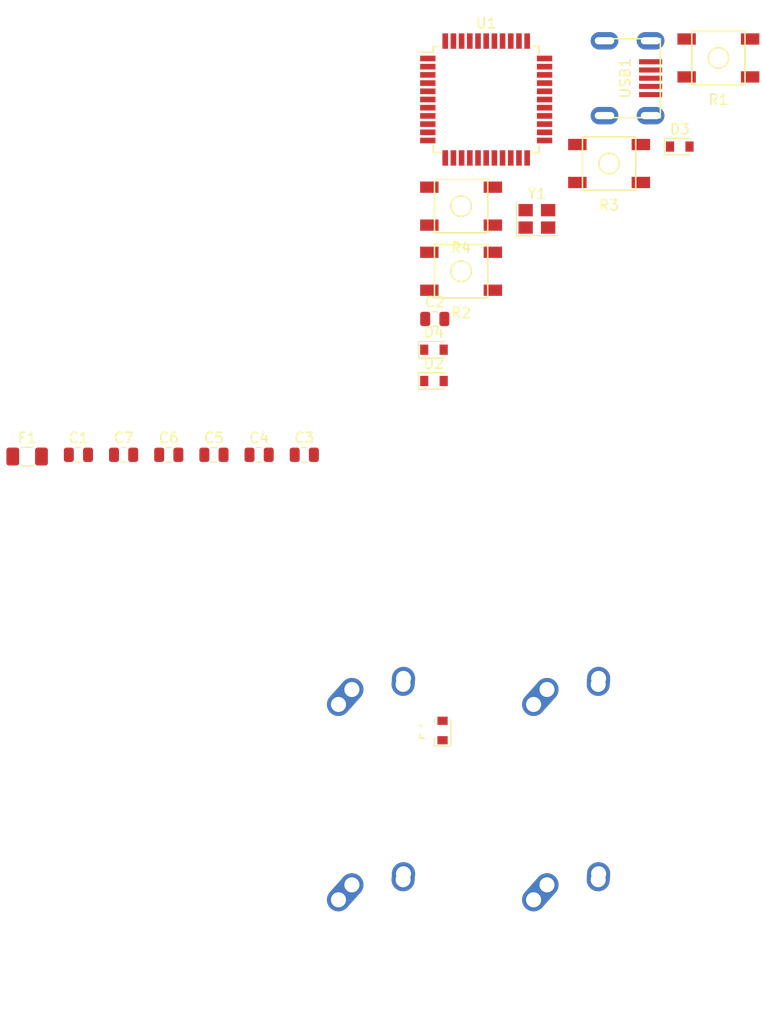
<source format=kicad_pcb>
(kicad_pcb (version 20171130) (host pcbnew "(5.1.4)-1")

  (general
    (thickness 1.6)
    (drawings 0)
    (tracks 0)
    (zones 0)
    (modules 23)
    (nets 49)
  )

  (page A4)
  (layers
    (0 F.Cu signal)
    (31 B.Cu signal)
    (32 B.Adhes user)
    (33 F.Adhes user)
    (34 B.Paste user)
    (35 F.Paste user)
    (36 B.SilkS user)
    (37 F.SilkS user)
    (38 B.Mask user)
    (39 F.Mask user)
    (40 Dwgs.User user)
    (41 Cmts.User user)
    (42 Eco1.User user)
    (43 Eco2.User user)
    (44 Edge.Cuts user)
    (45 Margin user)
    (46 B.CrtYd user)
    (47 F.CrtYd user)
    (48 B.Fab user)
    (49 F.Fab user)
  )

  (setup
    (last_trace_width 0.25)
    (trace_clearance 0.2)
    (zone_clearance 0.508)
    (zone_45_only no)
    (trace_min 0.2)
    (via_size 0.8)
    (via_drill 0.4)
    (via_min_size 0.4)
    (via_min_drill 0.3)
    (uvia_size 0.3)
    (uvia_drill 0.1)
    (uvias_allowed no)
    (uvia_min_size 0.2)
    (uvia_min_drill 0.1)
    (edge_width 0.05)
    (segment_width 0.2)
    (pcb_text_width 0.3)
    (pcb_text_size 1.5 1.5)
    (mod_edge_width 0.12)
    (mod_text_size 1 1)
    (mod_text_width 0.15)
    (pad_size 1.524 1.524)
    (pad_drill 0.762)
    (pad_to_mask_clearance 0.051)
    (solder_mask_min_width 0.25)
    (aux_axis_origin 0 0)
    (visible_elements FFFFFF7F)
    (pcbplotparams
      (layerselection 0x010fc_ffffffff)
      (usegerberextensions false)
      (usegerberattributes false)
      (usegerberadvancedattributes false)
      (creategerberjobfile false)
      (excludeedgelayer true)
      (linewidth 0.100000)
      (plotframeref false)
      (viasonmask false)
      (mode 1)
      (useauxorigin false)
      (hpglpennumber 1)
      (hpglpenspeed 20)
      (hpglpendiameter 15.000000)
      (psnegative false)
      (psa4output false)
      (plotreference true)
      (plotvalue true)
      (plotinvisibletext false)
      (padsonsilk false)
      (subtractmaskfromsilk false)
      (outputformat 1)
      (mirror false)
      (drillshape 1)
      (scaleselection 1)
      (outputdirectory ""))
  )

  (net 0 "")
  (net 1 GND)
  (net 2 +5V)
  (net 3 "Net-(C3-Pad1)")
  (net 4 "Net-(C4-Pad1)")
  (net 5 "Net-(C5-Pad1)")
  (net 6 "Net-(D1-Pad2)")
  (net 7 ROW0)
  (net 8 "Net-(D2-Pad2)")
  (net 9 ROW1)
  (net 10 "Net-(D3-Pad2)")
  (net 11 "Net-(D4-Pad2)")
  (net 12 VCC)
  (net 13 COL0)
  (net 14 COL1)
  (net 15 D-)
  (net 16 "Net-(R1-Pad1)")
  (net 17 D+)
  (net 18 "Net-(R2-Pad1)")
  (net 19 "Net-(R3-Pad2)")
  (net 20 "Net-(R4-Pad2)")
  (net 21 "Net-(U1-Pad42)")
  (net 22 "Net-(U1-Pad41)")
  (net 23 "Net-(U1-Pad40)")
  (net 24 "Net-(U1-Pad39)")
  (net 25 "Net-(U1-Pad38)")
  (net 26 "Net-(U1-Pad37)")
  (net 27 "Net-(U1-Pad36)")
  (net 28 "Net-(U1-Pad32)")
  (net 29 "Net-(U1-Pad31)")
  (net 30 "Net-(U1-Pad30)")
  (net 31 "Net-(U1-Pad29)")
  (net 32 "Net-(U1-Pad28)")
  (net 33 "Net-(U1-Pad27)")
  (net 34 "Net-(U1-Pad26)")
  (net 35 "Net-(U1-Pad25)")
  (net 36 "Net-(U1-Pad22)")
  (net 37 "Net-(U1-Pad21)")
  (net 38 "Net-(U1-Pad20)")
  (net 39 "Net-(U1-Pad19)")
  (net 40 "Net-(U1-Pad18)")
  (net 41 "Net-(U1-Pad12)")
  (net 42 "Net-(U1-Pad11)")
  (net 43 "Net-(U1-Pad10)")
  (net 44 "Net-(U1-Pad9)")
  (net 45 "Net-(U1-Pad8)")
  (net 46 "Net-(U1-Pad1)")
  (net 47 "Net-(USB1-Pad6)")
  (net 48 "Net-(USB1-Pad2)")

  (net_class Default "This is the default net class."
    (clearance 0.2)
    (trace_width 0.25)
    (via_dia 0.8)
    (via_drill 0.4)
    (uvia_dia 0.3)
    (uvia_drill 0.1)
    (add_net +5V)
    (add_net COL0)
    (add_net COL1)
    (add_net D+)
    (add_net D-)
    (add_net GND)
    (add_net "Net-(C3-Pad1)")
    (add_net "Net-(C4-Pad1)")
    (add_net "Net-(C5-Pad1)")
    (add_net "Net-(D1-Pad2)")
    (add_net "Net-(D2-Pad2)")
    (add_net "Net-(D3-Pad2)")
    (add_net "Net-(D4-Pad2)")
    (add_net "Net-(R1-Pad1)")
    (add_net "Net-(R2-Pad1)")
    (add_net "Net-(R3-Pad2)")
    (add_net "Net-(R4-Pad2)")
    (add_net "Net-(U1-Pad1)")
    (add_net "Net-(U1-Pad10)")
    (add_net "Net-(U1-Pad11)")
    (add_net "Net-(U1-Pad12)")
    (add_net "Net-(U1-Pad18)")
    (add_net "Net-(U1-Pad19)")
    (add_net "Net-(U1-Pad20)")
    (add_net "Net-(U1-Pad21)")
    (add_net "Net-(U1-Pad22)")
    (add_net "Net-(U1-Pad25)")
    (add_net "Net-(U1-Pad26)")
    (add_net "Net-(U1-Pad27)")
    (add_net "Net-(U1-Pad28)")
    (add_net "Net-(U1-Pad29)")
    (add_net "Net-(U1-Pad30)")
    (add_net "Net-(U1-Pad31)")
    (add_net "Net-(U1-Pad32)")
    (add_net "Net-(U1-Pad36)")
    (add_net "Net-(U1-Pad37)")
    (add_net "Net-(U1-Pad38)")
    (add_net "Net-(U1-Pad39)")
    (add_net "Net-(U1-Pad40)")
    (add_net "Net-(U1-Pad41)")
    (add_net "Net-(U1-Pad42)")
    (add_net "Net-(U1-Pad8)")
    (add_net "Net-(U1-Pad9)")
    (add_net "Net-(USB1-Pad2)")
    (add_net "Net-(USB1-Pad6)")
    (add_net ROW0)
    (add_net ROW1)
    (add_net VCC)
  )

  (module Crystal:Crystal_SMD_3225-4Pin_3.2x2.5mm (layer F.Cu) (tedit 5A0FD1B2) (tstamp 65A31690)
    (at 119.543751 -23.703749)
    (descr "SMD Crystal SERIES SMD3225/4 http://www.txccrystal.com/images/pdf/7m-accuracy.pdf, 3.2x2.5mm^2 package")
    (tags "SMD SMT crystal")
    (path /65A4F199)
    (attr smd)
    (fp_text reference Y1 (at 0 -2.45) (layer F.SilkS)
      (effects (font (size 1 1) (thickness 0.15)))
    )
    (fp_text value 16MHz (at 0 2.45) (layer F.Fab)
      (effects (font (size 1 1) (thickness 0.15)))
    )
    (fp_line (start 2.1 -1.7) (end -2.1 -1.7) (layer F.CrtYd) (width 0.05))
    (fp_line (start 2.1 1.7) (end 2.1 -1.7) (layer F.CrtYd) (width 0.05))
    (fp_line (start -2.1 1.7) (end 2.1 1.7) (layer F.CrtYd) (width 0.05))
    (fp_line (start -2.1 -1.7) (end -2.1 1.7) (layer F.CrtYd) (width 0.05))
    (fp_line (start -2 1.65) (end 2 1.65) (layer F.SilkS) (width 0.12))
    (fp_line (start -2 -1.65) (end -2 1.65) (layer F.SilkS) (width 0.12))
    (fp_line (start -1.6 0.25) (end -0.6 1.25) (layer F.Fab) (width 0.1))
    (fp_line (start 1.6 -1.25) (end -1.6 -1.25) (layer F.Fab) (width 0.1))
    (fp_line (start 1.6 1.25) (end 1.6 -1.25) (layer F.Fab) (width 0.1))
    (fp_line (start -1.6 1.25) (end 1.6 1.25) (layer F.Fab) (width 0.1))
    (fp_line (start -1.6 -1.25) (end -1.6 1.25) (layer F.Fab) (width 0.1))
    (fp_text user %R (at 0 0) (layer F.Fab)
      (effects (font (size 0.7 0.7) (thickness 0.105)))
    )
    (pad 4 smd rect (at -1.1 -0.85) (size 1.4 1.2) (layers F.Cu F.Paste F.Mask)
      (net 1 GND))
    (pad 3 smd rect (at 1.1 -0.85) (size 1.4 1.2) (layers F.Cu F.Paste F.Mask)
      (net 4 "Net-(C4-Pad1)"))
    (pad 2 smd rect (at 1.1 0.85) (size 1.4 1.2) (layers F.Cu F.Paste F.Mask)
      (net 1 GND))
    (pad 1 smd rect (at -1.1 0.85) (size 1.4 1.2) (layers F.Cu F.Paste F.Mask)
      (net 3 "Net-(C3-Pad1)"))
    (model ${KISYS3DMOD}/Crystal.3dshapes/Crystal_SMD_3225-4Pin_3.2x2.5mm.wrl
      (at (xyz 0 0 0))
      (scale (xyz 1 1 1))
      (rotate (xyz 0 0 0))
    )
  )

  (module random-keyboard-parts:Molex-0548190589 (layer F.Cu) (tedit 5C494815) (tstamp 65A3167C)
    (at 126.143751 -37.421749)
    (path /65A6B896)
    (attr smd)
    (fp_text reference USB1 (at 2.032 0 90) (layer F.SilkS)
      (effects (font (size 1 1) (thickness 0.15)))
    )
    (fp_text value Molex-0548190589 (at -5.08 0 90) (layer Dwgs.User)
      (effects (font (size 1 1) (thickness 0.15)))
    )
    (fp_text user %R (at 2 0 90) (layer F.CrtYd)
      (effects (font (size 1 1) (thickness 0.15)))
    )
    (fp_line (start 3.25 -1.25) (end 5.5 -1.25) (layer F.CrtYd) (width 0.15))
    (fp_line (start 5.5 -0.5) (end 3.25 -0.5) (layer F.CrtYd) (width 0.15))
    (fp_line (start 3.25 0.5) (end 5.5 0.5) (layer F.CrtYd) (width 0.15))
    (fp_line (start 5.5 1.25) (end 3.25 1.25) (layer F.CrtYd) (width 0.15))
    (fp_line (start 3.25 2) (end 5.5 2) (layer F.CrtYd) (width 0.15))
    (fp_line (start 3.25 -2) (end 3.25 2) (layer F.CrtYd) (width 0.15))
    (fp_line (start 5.5 -2) (end 3.25 -2) (layer F.CrtYd) (width 0.15))
    (fp_line (start -3.75 3.75) (end -3.75 -3.75) (layer F.CrtYd) (width 0.15))
    (fp_line (start 5.5 3.75) (end -3.75 3.75) (layer F.CrtYd) (width 0.15))
    (fp_line (start 5.5 -3.75) (end 5.5 3.75) (layer F.CrtYd) (width 0.15))
    (fp_line (start -3.75 -3.75) (end 5.5 -3.75) (layer F.CrtYd) (width 0.15))
    (fp_line (start 0 -3.85) (end 5.45 -3.85) (layer F.SilkS) (width 0.15))
    (fp_line (start 0 3.85) (end 5.45 3.85) (layer F.SilkS) (width 0.15))
    (fp_line (start 5.45 -3.85) (end 5.45 3.85) (layer F.SilkS) (width 0.15))
    (fp_line (start -3.75 -3.85) (end 0 -3.85) (layer Dwgs.User) (width 0.15))
    (fp_line (start -3.75 3.85) (end 0 3.85) (layer Dwgs.User) (width 0.15))
    (fp_line (start -1.75 -4.572) (end -1.75 4.572) (layer Dwgs.User) (width 0.15))
    (fp_line (start -3.75 -3.85) (end -3.75 3.85) (layer Dwgs.User) (width 0.15))
    (pad 6 thru_hole oval (at 0 -3.65) (size 2.7 1.7) (drill oval 1.9 0.7) (layers *.Cu *.Mask)
      (net 47 "Net-(USB1-Pad6)"))
    (pad 6 thru_hole oval (at 0 3.65) (size 2.7 1.7) (drill oval 1.9 0.7) (layers *.Cu *.Mask)
      (net 47 "Net-(USB1-Pad6)"))
    (pad 6 thru_hole oval (at 4.5 3.65) (size 2.7 1.7) (drill oval 1.9 0.7) (layers *.Cu *.Mask)
      (net 47 "Net-(USB1-Pad6)"))
    (pad 6 thru_hole oval (at 4.5 -3.65) (size 2.7 1.7) (drill oval 1.9 0.7) (layers *.Cu *.Mask)
      (net 47 "Net-(USB1-Pad6)"))
    (pad 5 smd rect (at 4.5 -1.6) (size 2.25 0.5) (layers F.Cu F.Paste F.Mask)
      (net 12 VCC))
    (pad 4 smd rect (at 4.5 -0.8) (size 2.25 0.5) (layers F.Cu F.Paste F.Mask)
      (net 15 D-))
    (pad 3 smd rect (at 4.5 0) (size 2.25 0.5) (layers F.Cu F.Paste F.Mask)
      (net 17 D+))
    (pad 2 smd rect (at 4.5 0.8) (size 2.25 0.5) (layers F.Cu F.Paste F.Mask)
      (net 48 "Net-(USB1-Pad2)"))
    (pad 1 smd rect (at 4.5 1.6) (size 2.25 0.5) (layers F.Cu F.Paste F.Mask)
      (net 1 GND))
  )

  (module Package_QFP:TQFP-44_10x10mm_P0.8mm (layer F.Cu) (tedit 5A02F146) (tstamp 65A3165C)
    (at 114.593751 -35.343749)
    (descr "44-Lead Plastic Thin Quad Flatpack (PT) - 10x10x1.0 mm Body [TQFP] (see Microchip Packaging Specification 00000049BS.pdf)")
    (tags "QFP 0.8")
    (path /65A2B400)
    (attr smd)
    (fp_text reference U1 (at 0 -7.45) (layer F.SilkS)
      (effects (font (size 1 1) (thickness 0.15)))
    )
    (fp_text value ATmega32U4-AU (at 0 7.45) (layer F.Fab)
      (effects (font (size 1 1) (thickness 0.15)))
    )
    (fp_line (start -5.175 -4.6) (end -6.45 -4.6) (layer F.SilkS) (width 0.15))
    (fp_line (start 5.175 -5.175) (end 4.5 -5.175) (layer F.SilkS) (width 0.15))
    (fp_line (start 5.175 5.175) (end 4.5 5.175) (layer F.SilkS) (width 0.15))
    (fp_line (start -5.175 5.175) (end -4.5 5.175) (layer F.SilkS) (width 0.15))
    (fp_line (start -5.175 -5.175) (end -4.5 -5.175) (layer F.SilkS) (width 0.15))
    (fp_line (start -5.175 5.175) (end -5.175 4.5) (layer F.SilkS) (width 0.15))
    (fp_line (start 5.175 5.175) (end 5.175 4.5) (layer F.SilkS) (width 0.15))
    (fp_line (start 5.175 -5.175) (end 5.175 -4.5) (layer F.SilkS) (width 0.15))
    (fp_line (start -5.175 -5.175) (end -5.175 -4.6) (layer F.SilkS) (width 0.15))
    (fp_line (start -6.7 6.7) (end 6.7 6.7) (layer F.CrtYd) (width 0.05))
    (fp_line (start -6.7 -6.7) (end 6.7 -6.7) (layer F.CrtYd) (width 0.05))
    (fp_line (start 6.7 -6.7) (end 6.7 6.7) (layer F.CrtYd) (width 0.05))
    (fp_line (start -6.7 -6.7) (end -6.7 6.7) (layer F.CrtYd) (width 0.05))
    (fp_line (start -5 -4) (end -4 -5) (layer F.Fab) (width 0.15))
    (fp_line (start -5 5) (end -5 -4) (layer F.Fab) (width 0.15))
    (fp_line (start 5 5) (end -5 5) (layer F.Fab) (width 0.15))
    (fp_line (start 5 -5) (end 5 5) (layer F.Fab) (width 0.15))
    (fp_line (start -4 -5) (end 5 -5) (layer F.Fab) (width 0.15))
    (fp_text user %R (at 0 0) (layer F.Fab)
      (effects (font (size 1 1) (thickness 0.15)))
    )
    (pad 44 smd rect (at -4 -5.7 90) (size 1.5 0.55) (layers F.Cu F.Paste F.Mask)
      (net 2 +5V))
    (pad 43 smd rect (at -3.2 -5.7 90) (size 1.5 0.55) (layers F.Cu F.Paste F.Mask)
      (net 1 GND))
    (pad 42 smd rect (at -2.4 -5.7 90) (size 1.5 0.55) (layers F.Cu F.Paste F.Mask)
      (net 21 "Net-(U1-Pad42)"))
    (pad 41 smd rect (at -1.6 -5.7 90) (size 1.5 0.55) (layers F.Cu F.Paste F.Mask)
      (net 22 "Net-(U1-Pad41)"))
    (pad 40 smd rect (at -0.8 -5.7 90) (size 1.5 0.55) (layers F.Cu F.Paste F.Mask)
      (net 23 "Net-(U1-Pad40)"))
    (pad 39 smd rect (at 0 -5.7 90) (size 1.5 0.55) (layers F.Cu F.Paste F.Mask)
      (net 24 "Net-(U1-Pad39)"))
    (pad 38 smd rect (at 0.8 -5.7 90) (size 1.5 0.55) (layers F.Cu F.Paste F.Mask)
      (net 25 "Net-(U1-Pad38)"))
    (pad 37 smd rect (at 1.6 -5.7 90) (size 1.5 0.55) (layers F.Cu F.Paste F.Mask)
      (net 26 "Net-(U1-Pad37)"))
    (pad 36 smd rect (at 2.4 -5.7 90) (size 1.5 0.55) (layers F.Cu F.Paste F.Mask)
      (net 27 "Net-(U1-Pad36)"))
    (pad 35 smd rect (at 3.2 -5.7 90) (size 1.5 0.55) (layers F.Cu F.Paste F.Mask)
      (net 1 GND))
    (pad 34 smd rect (at 4 -5.7 90) (size 1.5 0.55) (layers F.Cu F.Paste F.Mask)
      (net 2 +5V))
    (pad 33 smd rect (at 5.7 -4) (size 1.5 0.55) (layers F.Cu F.Paste F.Mask)
      (net 20 "Net-(R4-Pad2)"))
    (pad 32 smd rect (at 5.7 -3.2) (size 1.5 0.55) (layers F.Cu F.Paste F.Mask)
      (net 28 "Net-(U1-Pad32)"))
    (pad 31 smd rect (at 5.7 -2.4) (size 1.5 0.55) (layers F.Cu F.Paste F.Mask)
      (net 29 "Net-(U1-Pad31)"))
    (pad 30 smd rect (at 5.7 -1.6) (size 1.5 0.55) (layers F.Cu F.Paste F.Mask)
      (net 30 "Net-(U1-Pad30)"))
    (pad 29 smd rect (at 5.7 -0.8) (size 1.5 0.55) (layers F.Cu F.Paste F.Mask)
      (net 31 "Net-(U1-Pad29)"))
    (pad 28 smd rect (at 5.7 0) (size 1.5 0.55) (layers F.Cu F.Paste F.Mask)
      (net 32 "Net-(U1-Pad28)"))
    (pad 27 smd rect (at 5.7 0.8) (size 1.5 0.55) (layers F.Cu F.Paste F.Mask)
      (net 33 "Net-(U1-Pad27)"))
    (pad 26 smd rect (at 5.7 1.6) (size 1.5 0.55) (layers F.Cu F.Paste F.Mask)
      (net 34 "Net-(U1-Pad26)"))
    (pad 25 smd rect (at 5.7 2.4) (size 1.5 0.55) (layers F.Cu F.Paste F.Mask)
      (net 35 "Net-(U1-Pad25)"))
    (pad 24 smd rect (at 5.7 3.2) (size 1.5 0.55) (layers F.Cu F.Paste F.Mask)
      (net 2 +5V))
    (pad 23 smd rect (at 5.7 4) (size 1.5 0.55) (layers F.Cu F.Paste F.Mask)
      (net 1 GND))
    (pad 22 smd rect (at 4 5.7 90) (size 1.5 0.55) (layers F.Cu F.Paste F.Mask)
      (net 36 "Net-(U1-Pad22)"))
    (pad 21 smd rect (at 3.2 5.7 90) (size 1.5 0.55) (layers F.Cu F.Paste F.Mask)
      (net 37 "Net-(U1-Pad21)"))
    (pad 20 smd rect (at 2.4 5.7 90) (size 1.5 0.55) (layers F.Cu F.Paste F.Mask)
      (net 38 "Net-(U1-Pad20)"))
    (pad 19 smd rect (at 1.6 5.7 90) (size 1.5 0.55) (layers F.Cu F.Paste F.Mask)
      (net 39 "Net-(U1-Pad19)"))
    (pad 18 smd rect (at 0.8 5.7 90) (size 1.5 0.55) (layers F.Cu F.Paste F.Mask)
      (net 40 "Net-(U1-Pad18)"))
    (pad 17 smd rect (at 0 5.7 90) (size 1.5 0.55) (layers F.Cu F.Paste F.Mask)
      (net 3 "Net-(C3-Pad1)"))
    (pad 16 smd rect (at -0.8 5.7 90) (size 1.5 0.55) (layers F.Cu F.Paste F.Mask)
      (net 4 "Net-(C4-Pad1)"))
    (pad 15 smd rect (at -1.6 5.7 90) (size 1.5 0.55) (layers F.Cu F.Paste F.Mask)
      (net 1 GND))
    (pad 14 smd rect (at -2.4 5.7 90) (size 1.5 0.55) (layers F.Cu F.Paste F.Mask)
      (net 2 +5V))
    (pad 13 smd rect (at -3.2 5.7 90) (size 1.5 0.55) (layers F.Cu F.Paste F.Mask)
      (net 19 "Net-(R3-Pad2)"))
    (pad 12 smd rect (at -4 5.7 90) (size 1.5 0.55) (layers F.Cu F.Paste F.Mask)
      (net 41 "Net-(U1-Pad12)"))
    (pad 11 smd rect (at -5.7 4) (size 1.5 0.55) (layers F.Cu F.Paste F.Mask)
      (net 42 "Net-(U1-Pad11)"))
    (pad 10 smd rect (at -5.7 3.2) (size 1.5 0.55) (layers F.Cu F.Paste F.Mask)
      (net 43 "Net-(U1-Pad10)"))
    (pad 9 smd rect (at -5.7 2.4) (size 1.5 0.55) (layers F.Cu F.Paste F.Mask)
      (net 44 "Net-(U1-Pad9)"))
    (pad 8 smd rect (at -5.7 1.6) (size 1.5 0.55) (layers F.Cu F.Paste F.Mask)
      (net 45 "Net-(U1-Pad8)"))
    (pad 7 smd rect (at -5.7 0.8) (size 1.5 0.55) (layers F.Cu F.Paste F.Mask)
      (net 2 +5V))
    (pad 6 smd rect (at -5.7 0) (size 1.5 0.55) (layers F.Cu F.Paste F.Mask)
      (net 5 "Net-(C5-Pad1)"))
    (pad 5 smd rect (at -5.7 -0.8) (size 1.5 0.55) (layers F.Cu F.Paste F.Mask)
      (net 1 GND))
    (pad 4 smd rect (at -5.7 -1.6) (size 1.5 0.55) (layers F.Cu F.Paste F.Mask)
      (net 18 "Net-(R2-Pad1)"))
    (pad 3 smd rect (at -5.7 -2.4) (size 1.5 0.55) (layers F.Cu F.Paste F.Mask)
      (net 16 "Net-(R1-Pad1)"))
    (pad 2 smd rect (at -5.7 -3.2) (size 1.5 0.55) (layers F.Cu F.Paste F.Mask)
      (net 2 +5V))
    (pad 1 smd rect (at -5.7 -4) (size 1.5 0.55) (layers F.Cu F.Paste F.Mask)
      (net 46 "Net-(U1-Pad1)"))
    (model ${KISYS3DMOD}/Package_QFP.3dshapes/TQFP-44_10x10mm_P0.8mm.wrl
      (at (xyz 0 0 0))
      (scale (xyz 1 1 1))
      (rotate (xyz 0 0 0))
    )
  )

  (module random-keyboard-parts:SKQG-1155865 (layer F.Cu) (tedit 5E62B398) (tstamp 65A31619)
    (at 112.143751 -24.943749)
    (path /65A3CB13)
    (attr smd)
    (fp_text reference R4 (at 0 4.064) (layer F.SilkS)
      (effects (font (size 1 1) (thickness 0.15)))
    )
    (fp_text value 10k (at 0 -4.064) (layer F.Fab)
      (effects (font (size 1 1) (thickness 0.15)))
    )
    (fp_line (start -2.6 -2.6) (end 2.6 -2.6) (layer F.SilkS) (width 0.15))
    (fp_line (start 2.6 -2.6) (end 2.6 2.6) (layer F.SilkS) (width 0.15))
    (fp_line (start 2.6 2.6) (end -2.6 2.6) (layer F.SilkS) (width 0.15))
    (fp_line (start -2.6 2.6) (end -2.6 -2.6) (layer F.SilkS) (width 0.15))
    (fp_circle (center 0 0) (end 1 0) (layer F.SilkS) (width 0.15))
    (fp_line (start -4.2 -2.6) (end 4.2 -2.6) (layer F.Fab) (width 0.15))
    (fp_line (start 4.2 -2.6) (end 4.2 -1.2) (layer F.Fab) (width 0.15))
    (fp_line (start 4.2 -1.1) (end 2.6 -1.1) (layer F.Fab) (width 0.15))
    (fp_line (start 2.6 -1.1) (end 2.6 1.1) (layer F.Fab) (width 0.15))
    (fp_line (start 2.6 1.1) (end 4.2 1.1) (layer F.Fab) (width 0.15))
    (fp_line (start 4.2 1.1) (end 4.2 2.6) (layer F.Fab) (width 0.15))
    (fp_line (start 4.2 2.6) (end -4.2 2.6) (layer F.Fab) (width 0.15))
    (fp_line (start -4.2 2.6) (end -4.2 1.1) (layer F.Fab) (width 0.15))
    (fp_line (start -4.2 1.1) (end -2.6 1.1) (layer F.Fab) (width 0.15))
    (fp_line (start -2.6 1.1) (end -2.6 -1.1) (layer F.Fab) (width 0.15))
    (fp_line (start -2.6 -1.1) (end -4.2 -1.1) (layer F.Fab) (width 0.15))
    (fp_line (start -4.2 -1.1) (end -4.2 -2.6) (layer F.Fab) (width 0.15))
    (fp_circle (center 0 0) (end 1 0) (layer F.Fab) (width 0.15))
    (fp_line (start -2.6 -1.1) (end -1.1 -2.6) (layer F.Fab) (width 0.15))
    (fp_line (start 2.6 -1.1) (end 1.1 -2.6) (layer F.Fab) (width 0.15))
    (fp_line (start 2.6 1.1) (end 1.1 2.6) (layer F.Fab) (width 0.15))
    (fp_line (start -2.6 1.1) (end -1.1 2.6) (layer F.Fab) (width 0.15))
    (pad 4 smd rect (at -3.1 1.85) (size 1.8 1.1) (layers F.Cu F.Paste F.Mask))
    (pad 3 smd rect (at 3.1 -1.85) (size 1.8 1.1) (layers F.Cu F.Paste F.Mask))
    (pad 2 smd rect (at -3.1 -1.85) (size 1.8 1.1) (layers F.Cu F.Paste F.Mask)
      (net 20 "Net-(R4-Pad2)"))
    (pad 1 smd rect (at 3.1 1.85) (size 1.8 1.1) (layers F.Cu F.Paste F.Mask)
      (net 1 GND))
    (model ${KISYS3DMOD}/Button_Switch_SMD.3dshapes/SW_SPST_TL3342.step
      (at (xyz 0 0 0))
      (scale (xyz 1 1 1))
      (rotate (xyz 0 0 0))
    )
  )

  (module random-keyboard-parts:SKQG-1155865 (layer F.Cu) (tedit 5E62B398) (tstamp 65A315FB)
    (at 126.593751 -29.103749)
    (path /65A609B4)
    (attr smd)
    (fp_text reference R3 (at 0 4.064) (layer F.SilkS)
      (effects (font (size 1 1) (thickness 0.15)))
    )
    (fp_text value 10k (at 0 -4.064) (layer F.Fab)
      (effects (font (size 1 1) (thickness 0.15)))
    )
    (fp_line (start -2.6 -2.6) (end 2.6 -2.6) (layer F.SilkS) (width 0.15))
    (fp_line (start 2.6 -2.6) (end 2.6 2.6) (layer F.SilkS) (width 0.15))
    (fp_line (start 2.6 2.6) (end -2.6 2.6) (layer F.SilkS) (width 0.15))
    (fp_line (start -2.6 2.6) (end -2.6 -2.6) (layer F.SilkS) (width 0.15))
    (fp_circle (center 0 0) (end 1 0) (layer F.SilkS) (width 0.15))
    (fp_line (start -4.2 -2.6) (end 4.2 -2.6) (layer F.Fab) (width 0.15))
    (fp_line (start 4.2 -2.6) (end 4.2 -1.2) (layer F.Fab) (width 0.15))
    (fp_line (start 4.2 -1.1) (end 2.6 -1.1) (layer F.Fab) (width 0.15))
    (fp_line (start 2.6 -1.1) (end 2.6 1.1) (layer F.Fab) (width 0.15))
    (fp_line (start 2.6 1.1) (end 4.2 1.1) (layer F.Fab) (width 0.15))
    (fp_line (start 4.2 1.1) (end 4.2 2.6) (layer F.Fab) (width 0.15))
    (fp_line (start 4.2 2.6) (end -4.2 2.6) (layer F.Fab) (width 0.15))
    (fp_line (start -4.2 2.6) (end -4.2 1.1) (layer F.Fab) (width 0.15))
    (fp_line (start -4.2 1.1) (end -2.6 1.1) (layer F.Fab) (width 0.15))
    (fp_line (start -2.6 1.1) (end -2.6 -1.1) (layer F.Fab) (width 0.15))
    (fp_line (start -2.6 -1.1) (end -4.2 -1.1) (layer F.Fab) (width 0.15))
    (fp_line (start -4.2 -1.1) (end -4.2 -2.6) (layer F.Fab) (width 0.15))
    (fp_circle (center 0 0) (end 1 0) (layer F.Fab) (width 0.15))
    (fp_line (start -2.6 -1.1) (end -1.1 -2.6) (layer F.Fab) (width 0.15))
    (fp_line (start 2.6 -1.1) (end 1.1 -2.6) (layer F.Fab) (width 0.15))
    (fp_line (start 2.6 1.1) (end 1.1 2.6) (layer F.Fab) (width 0.15))
    (fp_line (start -2.6 1.1) (end -1.1 2.6) (layer F.Fab) (width 0.15))
    (pad 4 smd rect (at -3.1 1.85) (size 1.8 1.1) (layers F.Cu F.Paste F.Mask))
    (pad 3 smd rect (at 3.1 -1.85) (size 1.8 1.1) (layers F.Cu F.Paste F.Mask))
    (pad 2 smd rect (at -3.1 -1.85) (size 1.8 1.1) (layers F.Cu F.Paste F.Mask)
      (net 19 "Net-(R3-Pad2)"))
    (pad 1 smd rect (at 3.1 1.85) (size 1.8 1.1) (layers F.Cu F.Paste F.Mask)
      (net 2 +5V))
    (model ${KISYS3DMOD}/Button_Switch_SMD.3dshapes/SW_SPST_TL3342.step
      (at (xyz 0 0 0))
      (scale (xyz 1 1 1))
      (rotate (xyz 0 0 0))
    )
  )

  (module random-keyboard-parts:SKQG-1155865 (layer F.Cu) (tedit 5E62B398) (tstamp 65A315DD)
    (at 112.143751 -18.593749)
    (path /65A3BECA)
    (attr smd)
    (fp_text reference R2 (at 0 4.064) (layer F.SilkS)
      (effects (font (size 1 1) (thickness 0.15)))
    )
    (fp_text value 22 (at 0 -4.064) (layer F.Fab)
      (effects (font (size 1 1) (thickness 0.15)))
    )
    (fp_line (start -2.6 -2.6) (end 2.6 -2.6) (layer F.SilkS) (width 0.15))
    (fp_line (start 2.6 -2.6) (end 2.6 2.6) (layer F.SilkS) (width 0.15))
    (fp_line (start 2.6 2.6) (end -2.6 2.6) (layer F.SilkS) (width 0.15))
    (fp_line (start -2.6 2.6) (end -2.6 -2.6) (layer F.SilkS) (width 0.15))
    (fp_circle (center 0 0) (end 1 0) (layer F.SilkS) (width 0.15))
    (fp_line (start -4.2 -2.6) (end 4.2 -2.6) (layer F.Fab) (width 0.15))
    (fp_line (start 4.2 -2.6) (end 4.2 -1.2) (layer F.Fab) (width 0.15))
    (fp_line (start 4.2 -1.1) (end 2.6 -1.1) (layer F.Fab) (width 0.15))
    (fp_line (start 2.6 -1.1) (end 2.6 1.1) (layer F.Fab) (width 0.15))
    (fp_line (start 2.6 1.1) (end 4.2 1.1) (layer F.Fab) (width 0.15))
    (fp_line (start 4.2 1.1) (end 4.2 2.6) (layer F.Fab) (width 0.15))
    (fp_line (start 4.2 2.6) (end -4.2 2.6) (layer F.Fab) (width 0.15))
    (fp_line (start -4.2 2.6) (end -4.2 1.1) (layer F.Fab) (width 0.15))
    (fp_line (start -4.2 1.1) (end -2.6 1.1) (layer F.Fab) (width 0.15))
    (fp_line (start -2.6 1.1) (end -2.6 -1.1) (layer F.Fab) (width 0.15))
    (fp_line (start -2.6 -1.1) (end -4.2 -1.1) (layer F.Fab) (width 0.15))
    (fp_line (start -4.2 -1.1) (end -4.2 -2.6) (layer F.Fab) (width 0.15))
    (fp_circle (center 0 0) (end 1 0) (layer F.Fab) (width 0.15))
    (fp_line (start -2.6 -1.1) (end -1.1 -2.6) (layer F.Fab) (width 0.15))
    (fp_line (start 2.6 -1.1) (end 1.1 -2.6) (layer F.Fab) (width 0.15))
    (fp_line (start 2.6 1.1) (end 1.1 2.6) (layer F.Fab) (width 0.15))
    (fp_line (start -2.6 1.1) (end -1.1 2.6) (layer F.Fab) (width 0.15))
    (pad 4 smd rect (at -3.1 1.85) (size 1.8 1.1) (layers F.Cu F.Paste F.Mask))
    (pad 3 smd rect (at 3.1 -1.85) (size 1.8 1.1) (layers F.Cu F.Paste F.Mask))
    (pad 2 smd rect (at -3.1 -1.85) (size 1.8 1.1) (layers F.Cu F.Paste F.Mask)
      (net 17 D+))
    (pad 1 smd rect (at 3.1 1.85) (size 1.8 1.1) (layers F.Cu F.Paste F.Mask)
      (net 18 "Net-(R2-Pad1)"))
    (model ${KISYS3DMOD}/Button_Switch_SMD.3dshapes/SW_SPST_TL3342.step
      (at (xyz 0 0 0))
      (scale (xyz 1 1 1))
      (rotate (xyz 0 0 0))
    )
  )

  (module random-keyboard-parts:SKQG-1155865 (layer F.Cu) (tedit 5E62B398) (tstamp 65A315BF)
    (at 137.263751 -39.393749)
    (path /65A3D54A)
    (attr smd)
    (fp_text reference R1 (at 0 4.064) (layer F.SilkS)
      (effects (font (size 1 1) (thickness 0.15)))
    )
    (fp_text value 22 (at 0 -4.064) (layer F.Fab)
      (effects (font (size 1 1) (thickness 0.15)))
    )
    (fp_line (start -2.6 -2.6) (end 2.6 -2.6) (layer F.SilkS) (width 0.15))
    (fp_line (start 2.6 -2.6) (end 2.6 2.6) (layer F.SilkS) (width 0.15))
    (fp_line (start 2.6 2.6) (end -2.6 2.6) (layer F.SilkS) (width 0.15))
    (fp_line (start -2.6 2.6) (end -2.6 -2.6) (layer F.SilkS) (width 0.15))
    (fp_circle (center 0 0) (end 1 0) (layer F.SilkS) (width 0.15))
    (fp_line (start -4.2 -2.6) (end 4.2 -2.6) (layer F.Fab) (width 0.15))
    (fp_line (start 4.2 -2.6) (end 4.2 -1.2) (layer F.Fab) (width 0.15))
    (fp_line (start 4.2 -1.1) (end 2.6 -1.1) (layer F.Fab) (width 0.15))
    (fp_line (start 2.6 -1.1) (end 2.6 1.1) (layer F.Fab) (width 0.15))
    (fp_line (start 2.6 1.1) (end 4.2 1.1) (layer F.Fab) (width 0.15))
    (fp_line (start 4.2 1.1) (end 4.2 2.6) (layer F.Fab) (width 0.15))
    (fp_line (start 4.2 2.6) (end -4.2 2.6) (layer F.Fab) (width 0.15))
    (fp_line (start -4.2 2.6) (end -4.2 1.1) (layer F.Fab) (width 0.15))
    (fp_line (start -4.2 1.1) (end -2.6 1.1) (layer F.Fab) (width 0.15))
    (fp_line (start -2.6 1.1) (end -2.6 -1.1) (layer F.Fab) (width 0.15))
    (fp_line (start -2.6 -1.1) (end -4.2 -1.1) (layer F.Fab) (width 0.15))
    (fp_line (start -4.2 -1.1) (end -4.2 -2.6) (layer F.Fab) (width 0.15))
    (fp_circle (center 0 0) (end 1 0) (layer F.Fab) (width 0.15))
    (fp_line (start -2.6 -1.1) (end -1.1 -2.6) (layer F.Fab) (width 0.15))
    (fp_line (start 2.6 -1.1) (end 1.1 -2.6) (layer F.Fab) (width 0.15))
    (fp_line (start 2.6 1.1) (end 1.1 2.6) (layer F.Fab) (width 0.15))
    (fp_line (start -2.6 1.1) (end -1.1 2.6) (layer F.Fab) (width 0.15))
    (pad 4 smd rect (at -3.1 1.85) (size 1.8 1.1) (layers F.Cu F.Paste F.Mask))
    (pad 3 smd rect (at 3.1 -1.85) (size 1.8 1.1) (layers F.Cu F.Paste F.Mask))
    (pad 2 smd rect (at -3.1 -1.85) (size 1.8 1.1) (layers F.Cu F.Paste F.Mask)
      (net 15 D-))
    (pad 1 smd rect (at 3.1 1.85) (size 1.8 1.1) (layers F.Cu F.Paste F.Mask)
      (net 16 "Net-(R1-Pad1)"))
    (model ${KISYS3DMOD}/Button_Switch_SMD.3dshapes/SW_SPST_TL3342.step
      (at (xyz 0 0 0))
      (scale (xyz 1 1 1))
      (rotate (xyz 0 0 0))
    )
  )

  (module MX_Alps_Hybrid:MX-1U-NoLED (layer F.Cu) (tedit 5A9F5203) (tstamp 65A315A1)
    (at 123.03125 45.24375)
    (path /65A94DD0)
    (fp_text reference MX4 (at 0 3.175) (layer Dwgs.User)
      (effects (font (size 1 1) (thickness 0.15)))
    )
    (fp_text value MX-NoLED (at 0 -7.9375) (layer Dwgs.User)
      (effects (font (size 1 1) (thickness 0.15)))
    )
    (fp_line (start -9.525 9.525) (end -9.525 -9.525) (layer Dwgs.User) (width 0.15))
    (fp_line (start 9.525 9.525) (end -9.525 9.525) (layer Dwgs.User) (width 0.15))
    (fp_line (start 9.525 -9.525) (end 9.525 9.525) (layer Dwgs.User) (width 0.15))
    (fp_line (start -9.525 -9.525) (end 9.525 -9.525) (layer Dwgs.User) (width 0.15))
    (fp_line (start -7 -7) (end -7 -5) (layer Dwgs.User) (width 0.15))
    (fp_line (start -5 -7) (end -7 -7) (layer Dwgs.User) (width 0.15))
    (fp_line (start -7 7) (end -5 7) (layer Dwgs.User) (width 0.15))
    (fp_line (start -7 5) (end -7 7) (layer Dwgs.User) (width 0.15))
    (fp_line (start 7 7) (end 7 5) (layer Dwgs.User) (width 0.15))
    (fp_line (start 5 7) (end 7 7) (layer Dwgs.User) (width 0.15))
    (fp_line (start 7 -7) (end 7 -5) (layer Dwgs.User) (width 0.15))
    (fp_line (start 5 -7) (end 7 -7) (layer Dwgs.User) (width 0.15))
    (pad "" np_thru_hole circle (at 5.08 0 48.0996) (size 1.75 1.75) (drill 1.75) (layers *.Cu *.Mask))
    (pad "" np_thru_hole circle (at -5.08 0 48.0996) (size 1.75 1.75) (drill 1.75) (layers *.Cu *.Mask))
    (pad 1 thru_hole circle (at -2.5 -4) (size 2.25 2.25) (drill 1.47) (layers *.Cu B.Mask)
      (net 14 COL1))
    (pad "" np_thru_hole circle (at 0 0) (size 3.9878 3.9878) (drill 3.9878) (layers *.Cu *.Mask))
    (pad 1 thru_hole oval (at -3.81 -2.54 48.0996) (size 4.211556 2.25) (drill 1.47 (offset 0.980778 0)) (layers *.Cu B.Mask)
      (net 14 COL1))
    (pad 2 thru_hole circle (at 2.54 -5.08) (size 2.25 2.25) (drill 1.47) (layers *.Cu B.Mask)
      (net 11 "Net-(D4-Pad2)"))
    (pad 2 thru_hole oval (at 2.5 -4.5 86.0548) (size 2.831378 2.25) (drill 1.47 (offset 0.290689 0)) (layers *.Cu B.Mask)
      (net 11 "Net-(D4-Pad2)"))
  )

  (module MX_Alps_Hybrid:MX-1U-NoLED (layer F.Cu) (tedit 5A9F5203) (tstamp 65A3158A)
    (at 103.98125 45.24375)
    (path /65A8E973)
    (fp_text reference MX3 (at 0 3.175) (layer Dwgs.User)
      (effects (font (size 1 1) (thickness 0.15)))
    )
    (fp_text value MX-NoLED (at 0 -7.9375) (layer Dwgs.User)
      (effects (font (size 1 1) (thickness 0.15)))
    )
    (fp_line (start -9.525 9.525) (end -9.525 -9.525) (layer Dwgs.User) (width 0.15))
    (fp_line (start 9.525 9.525) (end -9.525 9.525) (layer Dwgs.User) (width 0.15))
    (fp_line (start 9.525 -9.525) (end 9.525 9.525) (layer Dwgs.User) (width 0.15))
    (fp_line (start -9.525 -9.525) (end 9.525 -9.525) (layer Dwgs.User) (width 0.15))
    (fp_line (start -7 -7) (end -7 -5) (layer Dwgs.User) (width 0.15))
    (fp_line (start -5 -7) (end -7 -7) (layer Dwgs.User) (width 0.15))
    (fp_line (start -7 7) (end -5 7) (layer Dwgs.User) (width 0.15))
    (fp_line (start -7 5) (end -7 7) (layer Dwgs.User) (width 0.15))
    (fp_line (start 7 7) (end 7 5) (layer Dwgs.User) (width 0.15))
    (fp_line (start 5 7) (end 7 7) (layer Dwgs.User) (width 0.15))
    (fp_line (start 7 -7) (end 7 -5) (layer Dwgs.User) (width 0.15))
    (fp_line (start 5 -7) (end 7 -7) (layer Dwgs.User) (width 0.15))
    (pad "" np_thru_hole circle (at 5.08 0 48.0996) (size 1.75 1.75) (drill 1.75) (layers *.Cu *.Mask))
    (pad "" np_thru_hole circle (at -5.08 0 48.0996) (size 1.75 1.75) (drill 1.75) (layers *.Cu *.Mask))
    (pad 1 thru_hole circle (at -2.5 -4) (size 2.25 2.25) (drill 1.47) (layers *.Cu B.Mask)
      (net 14 COL1))
    (pad "" np_thru_hole circle (at 0 0) (size 3.9878 3.9878) (drill 3.9878) (layers *.Cu *.Mask))
    (pad 1 thru_hole oval (at -3.81 -2.54 48.0996) (size 4.211556 2.25) (drill 1.47 (offset 0.980778 0)) (layers *.Cu B.Mask)
      (net 14 COL1))
    (pad 2 thru_hole circle (at 2.54 -5.08) (size 2.25 2.25) (drill 1.47) (layers *.Cu B.Mask)
      (net 10 "Net-(D3-Pad2)"))
    (pad 2 thru_hole oval (at 2.5 -4.5 86.0548) (size 2.831378 2.25) (drill 1.47 (offset 0.290689 0)) (layers *.Cu B.Mask)
      (net 10 "Net-(D3-Pad2)"))
  )

  (module MX_Alps_Hybrid:MX-1U-NoLED (layer F.Cu) (tedit 5A9F5203) (tstamp 65A31573)
    (at 123.03125 26.19375)
    (path /65A906E1)
    (fp_text reference MX2 (at 0 3.175) (layer Dwgs.User)
      (effects (font (size 1 1) (thickness 0.15)))
    )
    (fp_text value MX-NoLED (at 0 -7.9375) (layer Dwgs.User)
      (effects (font (size 1 1) (thickness 0.15)))
    )
    (fp_line (start -9.525 9.525) (end -9.525 -9.525) (layer Dwgs.User) (width 0.15))
    (fp_line (start 9.525 9.525) (end -9.525 9.525) (layer Dwgs.User) (width 0.15))
    (fp_line (start 9.525 -9.525) (end 9.525 9.525) (layer Dwgs.User) (width 0.15))
    (fp_line (start -9.525 -9.525) (end 9.525 -9.525) (layer Dwgs.User) (width 0.15))
    (fp_line (start -7 -7) (end -7 -5) (layer Dwgs.User) (width 0.15))
    (fp_line (start -5 -7) (end -7 -7) (layer Dwgs.User) (width 0.15))
    (fp_line (start -7 7) (end -5 7) (layer Dwgs.User) (width 0.15))
    (fp_line (start -7 5) (end -7 7) (layer Dwgs.User) (width 0.15))
    (fp_line (start 7 7) (end 7 5) (layer Dwgs.User) (width 0.15))
    (fp_line (start 5 7) (end 7 7) (layer Dwgs.User) (width 0.15))
    (fp_line (start 7 -7) (end 7 -5) (layer Dwgs.User) (width 0.15))
    (fp_line (start 5 -7) (end 7 -7) (layer Dwgs.User) (width 0.15))
    (pad "" np_thru_hole circle (at 5.08 0 48.0996) (size 1.75 1.75) (drill 1.75) (layers *.Cu *.Mask))
    (pad "" np_thru_hole circle (at -5.08 0 48.0996) (size 1.75 1.75) (drill 1.75) (layers *.Cu *.Mask))
    (pad 1 thru_hole circle (at -2.5 -4) (size 2.25 2.25) (drill 1.47) (layers *.Cu B.Mask)
      (net 13 COL0))
    (pad "" np_thru_hole circle (at 0 0) (size 3.9878 3.9878) (drill 3.9878) (layers *.Cu *.Mask))
    (pad 1 thru_hole oval (at -3.81 -2.54 48.0996) (size 4.211556 2.25) (drill 1.47 (offset 0.980778 0)) (layers *.Cu B.Mask)
      (net 13 COL0))
    (pad 2 thru_hole circle (at 2.54 -5.08) (size 2.25 2.25) (drill 1.47) (layers *.Cu B.Mask)
      (net 8 "Net-(D2-Pad2)"))
    (pad 2 thru_hole oval (at 2.5 -4.5 86.0548) (size 2.831378 2.25) (drill 1.47 (offset 0.290689 0)) (layers *.Cu B.Mask)
      (net 8 "Net-(D2-Pad2)"))
  )

  (module MX_Alps_Hybrid:MX-1U-NoLED (layer F.Cu) (tedit 5A9F5203) (tstamp 65A3155C)
    (at 103.98125 26.19375)
    (path /65A8260A)
    (fp_text reference MX1 (at 0 3.175) (layer Dwgs.User)
      (effects (font (size 1 1) (thickness 0.15)))
    )
    (fp_text value MX-NoLED (at 0 -7.9375) (layer Dwgs.User)
      (effects (font (size 1 1) (thickness 0.15)))
    )
    (fp_line (start -9.525 9.525) (end -9.525 -9.525) (layer Dwgs.User) (width 0.15))
    (fp_line (start 9.525 9.525) (end -9.525 9.525) (layer Dwgs.User) (width 0.15))
    (fp_line (start 9.525 -9.525) (end 9.525 9.525) (layer Dwgs.User) (width 0.15))
    (fp_line (start -9.525 -9.525) (end 9.525 -9.525) (layer Dwgs.User) (width 0.15))
    (fp_line (start -7 -7) (end -7 -5) (layer Dwgs.User) (width 0.15))
    (fp_line (start -5 -7) (end -7 -7) (layer Dwgs.User) (width 0.15))
    (fp_line (start -7 7) (end -5 7) (layer Dwgs.User) (width 0.15))
    (fp_line (start -7 5) (end -7 7) (layer Dwgs.User) (width 0.15))
    (fp_line (start 7 7) (end 7 5) (layer Dwgs.User) (width 0.15))
    (fp_line (start 5 7) (end 7 7) (layer Dwgs.User) (width 0.15))
    (fp_line (start 7 -7) (end 7 -5) (layer Dwgs.User) (width 0.15))
    (fp_line (start 5 -7) (end 7 -7) (layer Dwgs.User) (width 0.15))
    (pad "" np_thru_hole circle (at 5.08 0 48.0996) (size 1.75 1.75) (drill 1.75) (layers *.Cu *.Mask))
    (pad "" np_thru_hole circle (at -5.08 0 48.0996) (size 1.75 1.75) (drill 1.75) (layers *.Cu *.Mask))
    (pad 1 thru_hole circle (at -2.5 -4) (size 2.25 2.25) (drill 1.47) (layers *.Cu B.Mask)
      (net 13 COL0))
    (pad "" np_thru_hole circle (at 0 0) (size 3.9878 3.9878) (drill 3.9878) (layers *.Cu *.Mask))
    (pad 1 thru_hole oval (at -3.81 -2.54 48.0996) (size 4.211556 2.25) (drill 1.47 (offset 0.980778 0)) (layers *.Cu B.Mask)
      (net 13 COL0))
    (pad 2 thru_hole circle (at 2.54 -5.08) (size 2.25 2.25) (drill 1.47) (layers *.Cu B.Mask)
      (net 6 "Net-(D1-Pad2)"))
    (pad 2 thru_hole oval (at 2.5 -4.5 86.0548) (size 2.831378 2.25) (drill 1.47 (offset 0.290689 0)) (layers *.Cu B.Mask)
      (net 6 "Net-(D1-Pad2)"))
  )

  (module Fuse:Fuse_1206_3216Metric (layer F.Cu) (tedit 5B301BBE) (tstamp 65A31545)
    (at 69.773751 -0.523749)
    (descr "Fuse SMD 1206 (3216 Metric), square (rectangular) end terminal, IPC_7351 nominal, (Body size source: http://www.tortai-tech.com/upload/download/2011102023233369053.pdf), generated with kicad-footprint-generator")
    (tags resistor)
    (path /65A7160E)
    (attr smd)
    (fp_text reference F1 (at 0 -1.82) (layer F.SilkS)
      (effects (font (size 1 1) (thickness 0.15)))
    )
    (fp_text value 500mA (at 0 1.82) (layer F.Fab)
      (effects (font (size 1 1) (thickness 0.15)))
    )
    (fp_text user %R (at 0 0) (layer F.Fab)
      (effects (font (size 0.8 0.8) (thickness 0.12)))
    )
    (fp_line (start 2.28 1.12) (end -2.28 1.12) (layer F.CrtYd) (width 0.05))
    (fp_line (start 2.28 -1.12) (end 2.28 1.12) (layer F.CrtYd) (width 0.05))
    (fp_line (start -2.28 -1.12) (end 2.28 -1.12) (layer F.CrtYd) (width 0.05))
    (fp_line (start -2.28 1.12) (end -2.28 -1.12) (layer F.CrtYd) (width 0.05))
    (fp_line (start -0.602064 0.91) (end 0.602064 0.91) (layer F.SilkS) (width 0.12))
    (fp_line (start -0.602064 -0.91) (end 0.602064 -0.91) (layer F.SilkS) (width 0.12))
    (fp_line (start 1.6 0.8) (end -1.6 0.8) (layer F.Fab) (width 0.1))
    (fp_line (start 1.6 -0.8) (end 1.6 0.8) (layer F.Fab) (width 0.1))
    (fp_line (start -1.6 -0.8) (end 1.6 -0.8) (layer F.Fab) (width 0.1))
    (fp_line (start -1.6 0.8) (end -1.6 -0.8) (layer F.Fab) (width 0.1))
    (pad 2 smd roundrect (at 1.4 0) (size 1.25 1.75) (layers F.Cu F.Paste F.Mask) (roundrect_rratio 0.2)
      (net 12 VCC))
    (pad 1 smd roundrect (at -1.4 0) (size 1.25 1.75) (layers F.Cu F.Paste F.Mask) (roundrect_rratio 0.2)
      (net 2 +5V))
    (model ${KISYS3DMOD}/Fuse.3dshapes/Fuse_1206_3216Metric.wrl
      (at (xyz 0 0 0))
      (scale (xyz 1 1 1))
      (rotate (xyz 0 0 0))
    )
  )

  (module Diode_SMD:D_SOD-110 (layer F.Cu) (tedit 587B7A74) (tstamp 65A31534)
    (at 109.493751 -10.943749)
    (descr SOD-110)
    (tags SOD-110)
    (path /65A954A2)
    (attr smd)
    (fp_text reference D4 (at 0 -1.7) (layer F.SilkS)
      (effects (font (size 1 1) (thickness 0.15)))
    )
    (fp_text value D_Small (at 0 1.8) (layer F.Fab)
      (effects (font (size 1 1) (thickness 0.15)))
    )
    (fp_line (start -1.5 -0.8) (end 1.05 -0.8) (layer F.SilkS) (width 0.12))
    (fp_line (start -1.5 0.8) (end 1.05 0.8) (layer F.SilkS) (width 0.12))
    (fp_line (start -1.6 -1) (end -1.6 1) (layer F.CrtYd) (width 0.05))
    (fp_line (start 1.6 1) (end -1.6 1) (layer F.CrtYd) (width 0.05))
    (fp_line (start 1.6 -1) (end 1.6 1) (layer F.CrtYd) (width 0.05))
    (fp_line (start -1.6 -1) (end 1.6 -1) (layer F.CrtYd) (width 0.05))
    (fp_line (start -1.05 -0.7) (end -1.05 0.7) (layer F.Fab) (width 0.1))
    (fp_line (start -1.05 0.7) (end 1.05 0.7) (layer F.Fab) (width 0.1))
    (fp_line (start 1.05 0.7) (end 1.05 -0.7) (layer F.Fab) (width 0.1))
    (fp_line (start 1.05 -0.7) (end -1.05 -0.7) (layer F.Fab) (width 0.1))
    (fp_line (start -0.2 0.2) (end -0.2 -0.2) (layer F.Fab) (width 0.1))
    (fp_line (start -0.2 0) (end -0.35 0) (layer F.Fab) (width 0.1))
    (fp_line (start -0.2 0) (end 0.1 0.2) (layer F.Fab) (width 0.1))
    (fp_line (start 0.1 0.2) (end 0.1 -0.2) (layer F.Fab) (width 0.1))
    (fp_line (start 0.1 -0.2) (end -0.2 0) (layer F.Fab) (width 0.1))
    (fp_line (start 0.1 0) (end 0.25 0) (layer F.Fab) (width 0.1))
    (fp_line (start -1.5 -0.8) (end -1.5 0.8) (layer F.SilkS) (width 0.12))
    (fp_text user %R (at 0 -1.7) (layer F.Fab)
      (effects (font (size 1 1) (thickness 0.15)))
    )
    (pad 2 smd rect (at 0.95 0) (size 0.8 1) (layers F.Cu F.Paste F.Mask)
      (net 11 "Net-(D4-Pad2)"))
    (pad 1 smd rect (at -0.95 0) (size 0.8 1) (layers F.Cu F.Paste F.Mask)
      (net 9 ROW1))
    (model ${KISYS3DMOD}/Diode_SMD.3dshapes/D_SOD-110.wrl
      (at (xyz 0 0 0))
      (scale (xyz 1 1 1))
      (rotate (xyz 0 0 0))
    )
  )

  (module Diode_SMD:D_SOD-110 (layer F.Cu) (tedit 587B7A74) (tstamp 65A3151C)
    (at 133.493751 -30.753749)
    (descr SOD-110)
    (tags SOD-110)
    (path /65A8EE10)
    (attr smd)
    (fp_text reference D3 (at 0 -1.7) (layer F.SilkS)
      (effects (font (size 1 1) (thickness 0.15)))
    )
    (fp_text value D_Small (at 0 1.8) (layer F.Fab)
      (effects (font (size 1 1) (thickness 0.15)))
    )
    (fp_line (start -1.5 -0.8) (end 1.05 -0.8) (layer F.SilkS) (width 0.12))
    (fp_line (start -1.5 0.8) (end 1.05 0.8) (layer F.SilkS) (width 0.12))
    (fp_line (start -1.6 -1) (end -1.6 1) (layer F.CrtYd) (width 0.05))
    (fp_line (start 1.6 1) (end -1.6 1) (layer F.CrtYd) (width 0.05))
    (fp_line (start 1.6 -1) (end 1.6 1) (layer F.CrtYd) (width 0.05))
    (fp_line (start -1.6 -1) (end 1.6 -1) (layer F.CrtYd) (width 0.05))
    (fp_line (start -1.05 -0.7) (end -1.05 0.7) (layer F.Fab) (width 0.1))
    (fp_line (start -1.05 0.7) (end 1.05 0.7) (layer F.Fab) (width 0.1))
    (fp_line (start 1.05 0.7) (end 1.05 -0.7) (layer F.Fab) (width 0.1))
    (fp_line (start 1.05 -0.7) (end -1.05 -0.7) (layer F.Fab) (width 0.1))
    (fp_line (start -0.2 0.2) (end -0.2 -0.2) (layer F.Fab) (width 0.1))
    (fp_line (start -0.2 0) (end -0.35 0) (layer F.Fab) (width 0.1))
    (fp_line (start -0.2 0) (end 0.1 0.2) (layer F.Fab) (width 0.1))
    (fp_line (start 0.1 0.2) (end 0.1 -0.2) (layer F.Fab) (width 0.1))
    (fp_line (start 0.1 -0.2) (end -0.2 0) (layer F.Fab) (width 0.1))
    (fp_line (start 0.1 0) (end 0.25 0) (layer F.Fab) (width 0.1))
    (fp_line (start -1.5 -0.8) (end -1.5 0.8) (layer F.SilkS) (width 0.12))
    (fp_text user %R (at 0 -1.7) (layer F.Fab)
      (effects (font (size 1 1) (thickness 0.15)))
    )
    (pad 2 smd rect (at 0.95 0) (size 0.8 1) (layers F.Cu F.Paste F.Mask)
      (net 10 "Net-(D3-Pad2)"))
    (pad 1 smd rect (at -0.95 0) (size 0.8 1) (layers F.Cu F.Paste F.Mask)
      (net 7 ROW0))
    (model ${KISYS3DMOD}/Diode_SMD.3dshapes/D_SOD-110.wrl
      (at (xyz 0 0 0))
      (scale (xyz 1 1 1))
      (rotate (xyz 0 0 0))
    )
  )

  (module Diode_SMD:D_SOD-110 (layer F.Cu) (tedit 587B7A74) (tstamp 65A31504)
    (at 109.493751 -7.893749)
    (descr SOD-110)
    (tags SOD-110)
    (path /65A90B15)
    (attr smd)
    (fp_text reference D2 (at 0 -1.7) (layer F.SilkS)
      (effects (font (size 1 1) (thickness 0.15)))
    )
    (fp_text value D_Small (at 0 1.8) (layer F.Fab)
      (effects (font (size 1 1) (thickness 0.15)))
    )
    (fp_line (start -1.5 -0.8) (end 1.05 -0.8) (layer F.SilkS) (width 0.12))
    (fp_line (start -1.5 0.8) (end 1.05 0.8) (layer F.SilkS) (width 0.12))
    (fp_line (start -1.6 -1) (end -1.6 1) (layer F.CrtYd) (width 0.05))
    (fp_line (start 1.6 1) (end -1.6 1) (layer F.CrtYd) (width 0.05))
    (fp_line (start 1.6 -1) (end 1.6 1) (layer F.CrtYd) (width 0.05))
    (fp_line (start -1.6 -1) (end 1.6 -1) (layer F.CrtYd) (width 0.05))
    (fp_line (start -1.05 -0.7) (end -1.05 0.7) (layer F.Fab) (width 0.1))
    (fp_line (start -1.05 0.7) (end 1.05 0.7) (layer F.Fab) (width 0.1))
    (fp_line (start 1.05 0.7) (end 1.05 -0.7) (layer F.Fab) (width 0.1))
    (fp_line (start 1.05 -0.7) (end -1.05 -0.7) (layer F.Fab) (width 0.1))
    (fp_line (start -0.2 0.2) (end -0.2 -0.2) (layer F.Fab) (width 0.1))
    (fp_line (start -0.2 0) (end -0.35 0) (layer F.Fab) (width 0.1))
    (fp_line (start -0.2 0) (end 0.1 0.2) (layer F.Fab) (width 0.1))
    (fp_line (start 0.1 0.2) (end 0.1 -0.2) (layer F.Fab) (width 0.1))
    (fp_line (start 0.1 -0.2) (end -0.2 0) (layer F.Fab) (width 0.1))
    (fp_line (start 0.1 0) (end 0.25 0) (layer F.Fab) (width 0.1))
    (fp_line (start -1.5 -0.8) (end -1.5 0.8) (layer F.SilkS) (width 0.12))
    (fp_text user %R (at 0 -1.7) (layer F.Fab)
      (effects (font (size 1 1) (thickness 0.15)))
    )
    (pad 2 smd rect (at 0.95 0) (size 0.8 1) (layers F.Cu F.Paste F.Mask)
      (net 8 "Net-(D2-Pad2)"))
    (pad 1 smd rect (at -0.95 0) (size 0.8 1) (layers F.Cu F.Paste F.Mask)
      (net 9 ROW1))
    (model ${KISYS3DMOD}/Diode_SMD.3dshapes/D_SOD-110.wrl
      (at (xyz 0 0 0))
      (scale (xyz 1 1 1))
      (rotate (xyz 0 0 0))
    )
  )

  (module Diode_SMD:D_SOD-110 (layer F.Cu) (tedit 587B7A74) (tstamp 65A314EC)
    (at 110.33125 26.19375 90)
    (descr SOD-110)
    (tags SOD-110)
    (path /65A82CDB)
    (attr smd)
    (fp_text reference D1 (at 0 -1.7 90) (layer F.SilkS)
      (effects (font (size 1 1) (thickness 0.15)))
    )
    (fp_text value D_Small (at 0 1.8 90) (layer F.Fab)
      (effects (font (size 1 1) (thickness 0.15)))
    )
    (fp_line (start -1.5 -0.8) (end 1.05 -0.8) (layer F.SilkS) (width 0.12))
    (fp_line (start -1.5 0.8) (end 1.05 0.8) (layer F.SilkS) (width 0.12))
    (fp_line (start -1.6 -1) (end -1.6 1) (layer F.CrtYd) (width 0.05))
    (fp_line (start 1.6 1) (end -1.6 1) (layer F.CrtYd) (width 0.05))
    (fp_line (start 1.6 -1) (end 1.6 1) (layer F.CrtYd) (width 0.05))
    (fp_line (start -1.6 -1) (end 1.6 -1) (layer F.CrtYd) (width 0.05))
    (fp_line (start -1.05 -0.7) (end -1.05 0.7) (layer F.Fab) (width 0.1))
    (fp_line (start -1.05 0.7) (end 1.05 0.7) (layer F.Fab) (width 0.1))
    (fp_line (start 1.05 0.7) (end 1.05 -0.7) (layer F.Fab) (width 0.1))
    (fp_line (start 1.05 -0.7) (end -1.05 -0.7) (layer F.Fab) (width 0.1))
    (fp_line (start -0.2 0.2) (end -0.2 -0.2) (layer F.Fab) (width 0.1))
    (fp_line (start -0.2 0) (end -0.35 0) (layer F.Fab) (width 0.1))
    (fp_line (start -0.2 0) (end 0.1 0.2) (layer F.Fab) (width 0.1))
    (fp_line (start 0.1 0.2) (end 0.1 -0.2) (layer F.Fab) (width 0.1))
    (fp_line (start 0.1 -0.2) (end -0.2 0) (layer F.Fab) (width 0.1))
    (fp_line (start 0.1 0) (end 0.25 0) (layer F.Fab) (width 0.1))
    (fp_line (start -1.5 -0.8) (end -1.5 0.8) (layer F.SilkS) (width 0.12))
    (fp_text user %R (at 0 -1.7 90) (layer F.Fab)
      (effects (font (size 1 1) (thickness 0.15)))
    )
    (pad 2 smd rect (at 0.95 0 90) (size 0.8 1) (layers F.Cu F.Paste F.Mask)
      (net 6 "Net-(D1-Pad2)"))
    (pad 1 smd rect (at -0.95 0 90) (size 0.8 1) (layers F.Cu F.Paste F.Mask)
      (net 7 ROW0))
    (model ${KISYS3DMOD}/Diode_SMD.3dshapes/D_SOD-110.wrl
      (at (xyz 0 0 0))
      (scale (xyz 1 1 1))
      (rotate (xyz 0 0 0))
    )
  )

  (module Capacitor_SMD:C_0805_2012Metric (layer F.Cu) (tedit 5B36C52B) (tstamp 65A314D4)
    (at 79.193751 -0.693749)
    (descr "Capacitor SMD 0805 (2012 Metric), square (rectangular) end terminal, IPC_7351 nominal, (Body size source: https://docs.google.com/spreadsheets/d/1BsfQQcO9C6DZCsRaXUlFlo91Tg2WpOkGARC1WS5S8t0/edit?usp=sharing), generated with kicad-footprint-generator")
    (tags capacitor)
    (path /65A46BA6)
    (attr smd)
    (fp_text reference C7 (at 0 -1.65) (layer F.SilkS)
      (effects (font (size 1 1) (thickness 0.15)))
    )
    (fp_text value 0.1uF (at 0 1.65) (layer F.Fab)
      (effects (font (size 1 1) (thickness 0.15)))
    )
    (fp_text user %R (at 0 0) (layer F.Fab)
      (effects (font (size 0.5 0.5) (thickness 0.08)))
    )
    (fp_line (start 1.68 0.95) (end -1.68 0.95) (layer F.CrtYd) (width 0.05))
    (fp_line (start 1.68 -0.95) (end 1.68 0.95) (layer F.CrtYd) (width 0.05))
    (fp_line (start -1.68 -0.95) (end 1.68 -0.95) (layer F.CrtYd) (width 0.05))
    (fp_line (start -1.68 0.95) (end -1.68 -0.95) (layer F.CrtYd) (width 0.05))
    (fp_line (start -0.258578 0.71) (end 0.258578 0.71) (layer F.SilkS) (width 0.12))
    (fp_line (start -0.258578 -0.71) (end 0.258578 -0.71) (layer F.SilkS) (width 0.12))
    (fp_line (start 1 0.6) (end -1 0.6) (layer F.Fab) (width 0.1))
    (fp_line (start 1 -0.6) (end 1 0.6) (layer F.Fab) (width 0.1))
    (fp_line (start -1 -0.6) (end 1 -0.6) (layer F.Fab) (width 0.1))
    (fp_line (start -1 0.6) (end -1 -0.6) (layer F.Fab) (width 0.1))
    (pad 2 smd roundrect (at 0.9375 0) (size 0.975 1.4) (layers F.Cu F.Paste F.Mask) (roundrect_rratio 0.25)
      (net 1 GND))
    (pad 1 smd roundrect (at -0.9375 0) (size 0.975 1.4) (layers F.Cu F.Paste F.Mask) (roundrect_rratio 0.25)
      (net 2 +5V))
    (model ${KISYS3DMOD}/Capacitor_SMD.3dshapes/C_0805_2012Metric.wrl
      (at (xyz 0 0 0))
      (scale (xyz 1 1 1))
      (rotate (xyz 0 0 0))
    )
  )

  (module Capacitor_SMD:C_0805_2012Metric (layer F.Cu) (tedit 5B36C52B) (tstamp 65A314C3)
    (at 83.603751 -0.693749)
    (descr "Capacitor SMD 0805 (2012 Metric), square (rectangular) end terminal, IPC_7351 nominal, (Body size source: https://docs.google.com/spreadsheets/d/1BsfQQcO9C6DZCsRaXUlFlo91Tg2WpOkGARC1WS5S8t0/edit?usp=sharing), generated with kicad-footprint-generator")
    (tags capacitor)
    (path /65A4640C)
    (attr smd)
    (fp_text reference C6 (at 0 -1.65) (layer F.SilkS)
      (effects (font (size 1 1) (thickness 0.15)))
    )
    (fp_text value 0.1uF (at 0 1.65) (layer F.Fab)
      (effects (font (size 1 1) (thickness 0.15)))
    )
    (fp_text user %R (at 0 0) (layer F.Fab)
      (effects (font (size 0.5 0.5) (thickness 0.08)))
    )
    (fp_line (start 1.68 0.95) (end -1.68 0.95) (layer F.CrtYd) (width 0.05))
    (fp_line (start 1.68 -0.95) (end 1.68 0.95) (layer F.CrtYd) (width 0.05))
    (fp_line (start -1.68 -0.95) (end 1.68 -0.95) (layer F.CrtYd) (width 0.05))
    (fp_line (start -1.68 0.95) (end -1.68 -0.95) (layer F.CrtYd) (width 0.05))
    (fp_line (start -0.258578 0.71) (end 0.258578 0.71) (layer F.SilkS) (width 0.12))
    (fp_line (start -0.258578 -0.71) (end 0.258578 -0.71) (layer F.SilkS) (width 0.12))
    (fp_line (start 1 0.6) (end -1 0.6) (layer F.Fab) (width 0.1))
    (fp_line (start 1 -0.6) (end 1 0.6) (layer F.Fab) (width 0.1))
    (fp_line (start -1 -0.6) (end 1 -0.6) (layer F.Fab) (width 0.1))
    (fp_line (start -1 0.6) (end -1 -0.6) (layer F.Fab) (width 0.1))
    (pad 2 smd roundrect (at 0.9375 0) (size 0.975 1.4) (layers F.Cu F.Paste F.Mask) (roundrect_rratio 0.25)
      (net 1 GND))
    (pad 1 smd roundrect (at -0.9375 0) (size 0.975 1.4) (layers F.Cu F.Paste F.Mask) (roundrect_rratio 0.25)
      (net 2 +5V))
    (model ${KISYS3DMOD}/Capacitor_SMD.3dshapes/C_0805_2012Metric.wrl
      (at (xyz 0 0 0))
      (scale (xyz 1 1 1))
      (rotate (xyz 0 0 0))
    )
  )

  (module Capacitor_SMD:C_0805_2012Metric (layer F.Cu) (tedit 5B36C52B) (tstamp 65A314B2)
    (at 88.013751 -0.693749)
    (descr "Capacitor SMD 0805 (2012 Metric), square (rectangular) end terminal, IPC_7351 nominal, (Body size source: https://docs.google.com/spreadsheets/d/1BsfQQcO9C6DZCsRaXUlFlo91Tg2WpOkGARC1WS5S8t0/edit?usp=sharing), generated with kicad-footprint-generator")
    (tags capacitor)
    (path /65A42257)
    (attr smd)
    (fp_text reference C5 (at 0 -1.65) (layer F.SilkS)
      (effects (font (size 1 1) (thickness 0.15)))
    )
    (fp_text value 1uF (at 0 1.65) (layer F.Fab)
      (effects (font (size 1 1) (thickness 0.15)))
    )
    (fp_text user %R (at 0 0) (layer F.Fab)
      (effects (font (size 0.5 0.5) (thickness 0.08)))
    )
    (fp_line (start 1.68 0.95) (end -1.68 0.95) (layer F.CrtYd) (width 0.05))
    (fp_line (start 1.68 -0.95) (end 1.68 0.95) (layer F.CrtYd) (width 0.05))
    (fp_line (start -1.68 -0.95) (end 1.68 -0.95) (layer F.CrtYd) (width 0.05))
    (fp_line (start -1.68 0.95) (end -1.68 -0.95) (layer F.CrtYd) (width 0.05))
    (fp_line (start -0.258578 0.71) (end 0.258578 0.71) (layer F.SilkS) (width 0.12))
    (fp_line (start -0.258578 -0.71) (end 0.258578 -0.71) (layer F.SilkS) (width 0.12))
    (fp_line (start 1 0.6) (end -1 0.6) (layer F.Fab) (width 0.1))
    (fp_line (start 1 -0.6) (end 1 0.6) (layer F.Fab) (width 0.1))
    (fp_line (start -1 -0.6) (end 1 -0.6) (layer F.Fab) (width 0.1))
    (fp_line (start -1 0.6) (end -1 -0.6) (layer F.Fab) (width 0.1))
    (pad 2 smd roundrect (at 0.9375 0) (size 0.975 1.4) (layers F.Cu F.Paste F.Mask) (roundrect_rratio 0.25)
      (net 1 GND))
    (pad 1 smd roundrect (at -0.9375 0) (size 0.975 1.4) (layers F.Cu F.Paste F.Mask) (roundrect_rratio 0.25)
      (net 5 "Net-(C5-Pad1)"))
    (model ${KISYS3DMOD}/Capacitor_SMD.3dshapes/C_0805_2012Metric.wrl
      (at (xyz 0 0 0))
      (scale (xyz 1 1 1))
      (rotate (xyz 0 0 0))
    )
  )

  (module Capacitor_SMD:C_0805_2012Metric (layer F.Cu) (tedit 5B36C52B) (tstamp 65A314A1)
    (at 92.423751 -0.693749)
    (descr "Capacitor SMD 0805 (2012 Metric), square (rectangular) end terminal, IPC_7351 nominal, (Body size source: https://docs.google.com/spreadsheets/d/1BsfQQcO9C6DZCsRaXUlFlo91Tg2WpOkGARC1WS5S8t0/edit?usp=sharing), generated with kicad-footprint-generator")
    (tags capacitor)
    (path /65A56616)
    (attr smd)
    (fp_text reference C4 (at 0 -1.65) (layer F.SilkS)
      (effects (font (size 1 1) (thickness 0.15)))
    )
    (fp_text value 22pF (at 0 1.65) (layer F.Fab)
      (effects (font (size 1 1) (thickness 0.15)))
    )
    (fp_text user %R (at 0 0) (layer F.Fab)
      (effects (font (size 0.5 0.5) (thickness 0.08)))
    )
    (fp_line (start 1.68 0.95) (end -1.68 0.95) (layer F.CrtYd) (width 0.05))
    (fp_line (start 1.68 -0.95) (end 1.68 0.95) (layer F.CrtYd) (width 0.05))
    (fp_line (start -1.68 -0.95) (end 1.68 -0.95) (layer F.CrtYd) (width 0.05))
    (fp_line (start -1.68 0.95) (end -1.68 -0.95) (layer F.CrtYd) (width 0.05))
    (fp_line (start -0.258578 0.71) (end 0.258578 0.71) (layer F.SilkS) (width 0.12))
    (fp_line (start -0.258578 -0.71) (end 0.258578 -0.71) (layer F.SilkS) (width 0.12))
    (fp_line (start 1 0.6) (end -1 0.6) (layer F.Fab) (width 0.1))
    (fp_line (start 1 -0.6) (end 1 0.6) (layer F.Fab) (width 0.1))
    (fp_line (start -1 -0.6) (end 1 -0.6) (layer F.Fab) (width 0.1))
    (fp_line (start -1 0.6) (end -1 -0.6) (layer F.Fab) (width 0.1))
    (pad 2 smd roundrect (at 0.9375 0) (size 0.975 1.4) (layers F.Cu F.Paste F.Mask) (roundrect_rratio 0.25)
      (net 1 GND))
    (pad 1 smd roundrect (at -0.9375 0) (size 0.975 1.4) (layers F.Cu F.Paste F.Mask) (roundrect_rratio 0.25)
      (net 4 "Net-(C4-Pad1)"))
    (model ${KISYS3DMOD}/Capacitor_SMD.3dshapes/C_0805_2012Metric.wrl
      (at (xyz 0 0 0))
      (scale (xyz 1 1 1))
      (rotate (xyz 0 0 0))
    )
  )

  (module Capacitor_SMD:C_0805_2012Metric (layer F.Cu) (tedit 5B36C52B) (tstamp 65A31490)
    (at 96.833751 -0.693749)
    (descr "Capacitor SMD 0805 (2012 Metric), square (rectangular) end terminal, IPC_7351 nominal, (Body size source: https://docs.google.com/spreadsheets/d/1BsfQQcO9C6DZCsRaXUlFlo91Tg2WpOkGARC1WS5S8t0/edit?usp=sharing), generated with kicad-footprint-generator")
    (tags capacitor)
    (path /65A52B35)
    (attr smd)
    (fp_text reference C3 (at 0 -1.65) (layer F.SilkS)
      (effects (font (size 1 1) (thickness 0.15)))
    )
    (fp_text value 22pF (at 0 1.65) (layer F.Fab)
      (effects (font (size 1 1) (thickness 0.15)))
    )
    (fp_text user %R (at 0 0) (layer F.Fab)
      (effects (font (size 0.5 0.5) (thickness 0.08)))
    )
    (fp_line (start 1.68 0.95) (end -1.68 0.95) (layer F.CrtYd) (width 0.05))
    (fp_line (start 1.68 -0.95) (end 1.68 0.95) (layer F.CrtYd) (width 0.05))
    (fp_line (start -1.68 -0.95) (end 1.68 -0.95) (layer F.CrtYd) (width 0.05))
    (fp_line (start -1.68 0.95) (end -1.68 -0.95) (layer F.CrtYd) (width 0.05))
    (fp_line (start -0.258578 0.71) (end 0.258578 0.71) (layer F.SilkS) (width 0.12))
    (fp_line (start -0.258578 -0.71) (end 0.258578 -0.71) (layer F.SilkS) (width 0.12))
    (fp_line (start 1 0.6) (end -1 0.6) (layer F.Fab) (width 0.1))
    (fp_line (start 1 -0.6) (end 1 0.6) (layer F.Fab) (width 0.1))
    (fp_line (start -1 -0.6) (end 1 -0.6) (layer F.Fab) (width 0.1))
    (fp_line (start -1 0.6) (end -1 -0.6) (layer F.Fab) (width 0.1))
    (pad 2 smd roundrect (at 0.9375 0) (size 0.975 1.4) (layers F.Cu F.Paste F.Mask) (roundrect_rratio 0.25)
      (net 1 GND))
    (pad 1 smd roundrect (at -0.9375 0) (size 0.975 1.4) (layers F.Cu F.Paste F.Mask) (roundrect_rratio 0.25)
      (net 3 "Net-(C3-Pad1)"))
    (model ${KISYS3DMOD}/Capacitor_SMD.3dshapes/C_0805_2012Metric.wrl
      (at (xyz 0 0 0))
      (scale (xyz 1 1 1))
      (rotate (xyz 0 0 0))
    )
  )

  (module Capacitor_SMD:C_0805_2012Metric (layer F.Cu) (tedit 5B36C52B) (tstamp 65A3147F)
    (at 109.573751 -13.943749)
    (descr "Capacitor SMD 0805 (2012 Metric), square (rectangular) end terminal, IPC_7351 nominal, (Body size source: https://docs.google.com/spreadsheets/d/1BsfQQcO9C6DZCsRaXUlFlo91Tg2WpOkGARC1WS5S8t0/edit?usp=sharing), generated with kicad-footprint-generator")
    (tags capacitor)
    (path /65A45B69)
    (attr smd)
    (fp_text reference C2 (at 0 -1.65) (layer F.SilkS)
      (effects (font (size 1 1) (thickness 0.15)))
    )
    (fp_text value 0.1uF (at 0 1.65) (layer F.Fab)
      (effects (font (size 1 1) (thickness 0.15)))
    )
    (fp_text user %R (at 0 0) (layer F.Fab)
      (effects (font (size 0.5 0.5) (thickness 0.08)))
    )
    (fp_line (start 1.68 0.95) (end -1.68 0.95) (layer F.CrtYd) (width 0.05))
    (fp_line (start 1.68 -0.95) (end 1.68 0.95) (layer F.CrtYd) (width 0.05))
    (fp_line (start -1.68 -0.95) (end 1.68 -0.95) (layer F.CrtYd) (width 0.05))
    (fp_line (start -1.68 0.95) (end -1.68 -0.95) (layer F.CrtYd) (width 0.05))
    (fp_line (start -0.258578 0.71) (end 0.258578 0.71) (layer F.SilkS) (width 0.12))
    (fp_line (start -0.258578 -0.71) (end 0.258578 -0.71) (layer F.SilkS) (width 0.12))
    (fp_line (start 1 0.6) (end -1 0.6) (layer F.Fab) (width 0.1))
    (fp_line (start 1 -0.6) (end 1 0.6) (layer F.Fab) (width 0.1))
    (fp_line (start -1 -0.6) (end 1 -0.6) (layer F.Fab) (width 0.1))
    (fp_line (start -1 0.6) (end -1 -0.6) (layer F.Fab) (width 0.1))
    (pad 2 smd roundrect (at 0.9375 0) (size 0.975 1.4) (layers F.Cu F.Paste F.Mask) (roundrect_rratio 0.25)
      (net 1 GND))
    (pad 1 smd roundrect (at -0.9375 0) (size 0.975 1.4) (layers F.Cu F.Paste F.Mask) (roundrect_rratio 0.25)
      (net 2 +5V))
    (model ${KISYS3DMOD}/Capacitor_SMD.3dshapes/C_0805_2012Metric.wrl
      (at (xyz 0 0 0))
      (scale (xyz 1 1 1))
      (rotate (xyz 0 0 0))
    )
  )

  (module Capacitor_SMD:C_0805_2012Metric (layer F.Cu) (tedit 5B36C52B) (tstamp 65A3146E)
    (at 74.783751 -0.693749)
    (descr "Capacitor SMD 0805 (2012 Metric), square (rectangular) end terminal, IPC_7351 nominal, (Body size source: https://docs.google.com/spreadsheets/d/1BsfQQcO9C6DZCsRaXUlFlo91Tg2WpOkGARC1WS5S8t0/edit?usp=sharing), generated with kicad-footprint-generator")
    (tags capacitor)
    (path /65A44D2E)
    (attr smd)
    (fp_text reference C1 (at 0 -1.65) (layer F.SilkS)
      (effects (font (size 1 1) (thickness 0.15)))
    )
    (fp_text value 0.1uF (at 0 1.65) (layer F.Fab)
      (effects (font (size 1 1) (thickness 0.15)))
    )
    (fp_text user %R (at 0 0) (layer F.Fab)
      (effects (font (size 0.5 0.5) (thickness 0.08)))
    )
    (fp_line (start 1.68 0.95) (end -1.68 0.95) (layer F.CrtYd) (width 0.05))
    (fp_line (start 1.68 -0.95) (end 1.68 0.95) (layer F.CrtYd) (width 0.05))
    (fp_line (start -1.68 -0.95) (end 1.68 -0.95) (layer F.CrtYd) (width 0.05))
    (fp_line (start -1.68 0.95) (end -1.68 -0.95) (layer F.CrtYd) (width 0.05))
    (fp_line (start -0.258578 0.71) (end 0.258578 0.71) (layer F.SilkS) (width 0.12))
    (fp_line (start -0.258578 -0.71) (end 0.258578 -0.71) (layer F.SilkS) (width 0.12))
    (fp_line (start 1 0.6) (end -1 0.6) (layer F.Fab) (width 0.1))
    (fp_line (start 1 -0.6) (end 1 0.6) (layer F.Fab) (width 0.1))
    (fp_line (start -1 -0.6) (end 1 -0.6) (layer F.Fab) (width 0.1))
    (fp_line (start -1 0.6) (end -1 -0.6) (layer F.Fab) (width 0.1))
    (pad 2 smd roundrect (at 0.9375 0) (size 0.975 1.4) (layers F.Cu F.Paste F.Mask) (roundrect_rratio 0.25)
      (net 1 GND))
    (pad 1 smd roundrect (at -0.9375 0) (size 0.975 1.4) (layers F.Cu F.Paste F.Mask) (roundrect_rratio 0.25)
      (net 2 +5V))
    (model ${KISYS3DMOD}/Capacitor_SMD.3dshapes/C_0805_2012Metric.wrl
      (at (xyz 0 0 0))
      (scale (xyz 1 1 1))
      (rotate (xyz 0 0 0))
    )
  )

)

</source>
